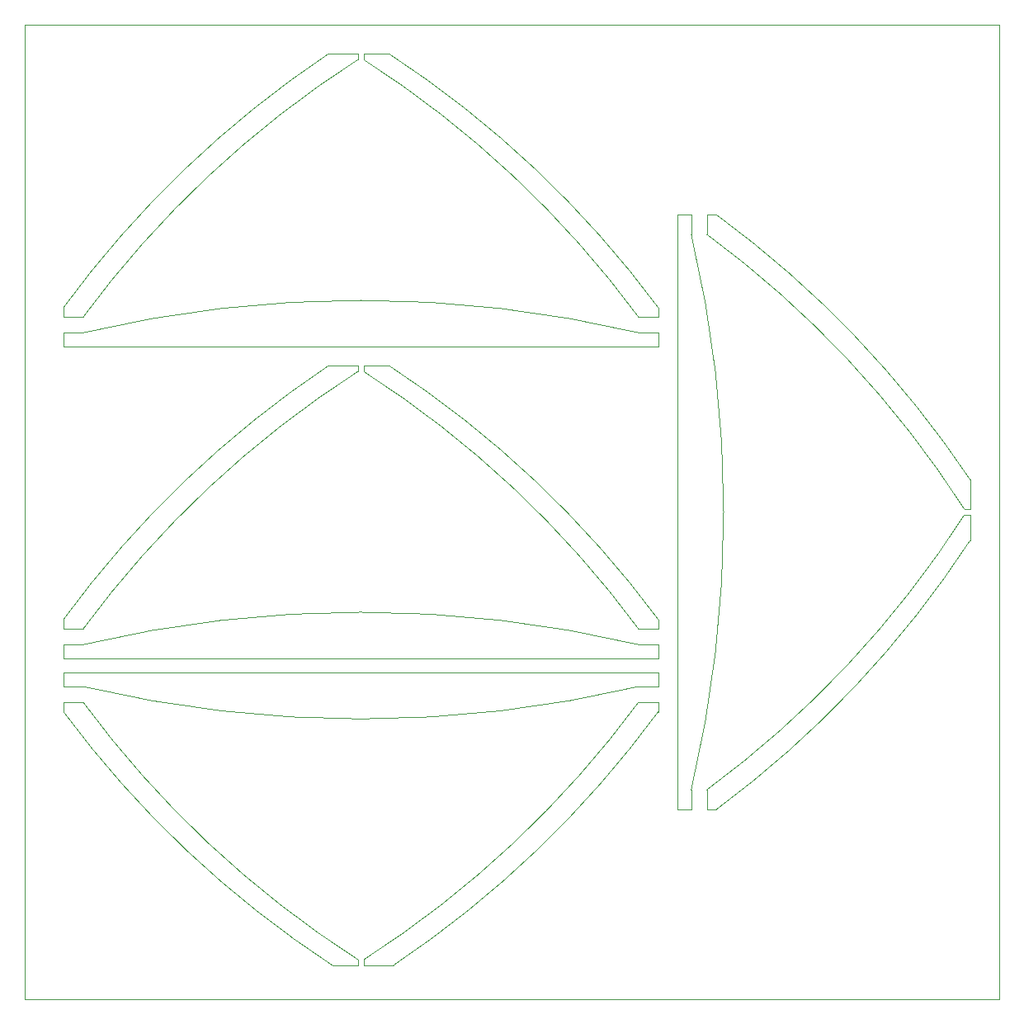
<source format=gm1>
G04 #@! TF.GenerationSoftware,KiCad,Pcbnew,5.1.2*
G04 #@! TF.CreationDate,2019-06-04T19:46:48+02:00*
G04 #@! TF.ProjectId,ohren,6f687265-6e2e-46b6-9963-61645f706362,rev?*
G04 #@! TF.SameCoordinates,Original*
G04 #@! TF.FileFunction,Profile,NP*
%FSLAX46Y46*%
G04 Gerber Fmt 4.6, Leading zero omitted, Abs format (unit mm)*
G04 Created by KiCad (PCBNEW 5.1.2) date 2019-06-04 19:46:48*
%MOMM*%
%LPD*%
G04 APERTURE LIST*
%ADD10C,0.050000*%
G04 APERTURE END LIST*
D10*
X167000000Y-180500000D02*
X168400000Y-180500000D01*
X170000000Y-119500000D02*
X171000000Y-119500000D01*
X196419548Y-149688421D02*
G75*
G03X170000000Y-121500000I-89474747J-57385003D01*
G01*
X196422099Y-150296929D02*
G75*
G02X170000000Y-178500000I-89422099J57296929D01*
G01*
X196419548Y-149688421D02*
X197000000Y-149688000D01*
X168400000Y-121500000D02*
X168400000Y-119500000D01*
X170000000Y-178500000D02*
X170000000Y-180500000D01*
X170000000Y-121500000D02*
X170000000Y-119500000D01*
X197000132Y-152929722D02*
X197000000Y-150300000D01*
X170000000Y-180500000D02*
X171000000Y-180500000D01*
X196422099Y-150296930D02*
X197000000Y-150300000D01*
X197000000Y-149688000D02*
X197003817Y-146655028D01*
X197000132Y-152929722D02*
G75*
G02X171000000Y-180500000I-90000132J58829722D01*
G01*
X197003817Y-146655028D02*
G75*
G03X171000000Y-119500000I-90003817J-60159972D01*
G01*
X168400000Y-121500000D02*
G75*
G02X168400000Y-178500000I-120400000J-28500000D01*
G01*
X167000000Y-180500000D02*
X167000000Y-119500000D01*
X168400000Y-178500000D02*
X168400000Y-180500000D01*
X167000000Y-119500000D02*
X168400000Y-119500000D01*
X104000000Y-166500000D02*
X104000000Y-167900000D01*
X165000000Y-169500000D02*
X165000000Y-170500000D01*
X134811579Y-195919548D02*
G75*
G03X163000000Y-169500000I-57385003J89474747D01*
G01*
X134203071Y-195922099D02*
G75*
G02X106000000Y-169500000I57296929J89422099D01*
G01*
X134811579Y-195919548D02*
X134812000Y-196500000D01*
X163000000Y-167900000D02*
X165000000Y-167900000D01*
X106000000Y-169500000D02*
X104000000Y-169500000D01*
X163000000Y-169500000D02*
X165000000Y-169500000D01*
X131570278Y-196500132D02*
X134200000Y-196500000D01*
X104000000Y-169500000D02*
X104000000Y-170500000D01*
X134203070Y-195922099D02*
X134200000Y-196500000D01*
X134812000Y-196500000D02*
X137844972Y-196503817D01*
X131570278Y-196500132D02*
G75*
G02X104000000Y-170500000I58829722J90000132D01*
G01*
X137844972Y-196503817D02*
G75*
G03X165000000Y-170500000I-60159972J90003817D01*
G01*
X163000000Y-167900000D02*
G75*
G02X106000000Y-167900000I-28500000J120400000D01*
G01*
X104000000Y-166500000D02*
X165000000Y-166500000D01*
X106000000Y-167900000D02*
X104000000Y-167900000D01*
X165000000Y-166500000D02*
X165000000Y-167900000D01*
X165000000Y-133000000D02*
X165000000Y-131600000D01*
X104000000Y-130000000D02*
X104000000Y-129000000D01*
X134188421Y-103580452D02*
G75*
G03X106000000Y-130000000I57385003J-89474747D01*
G01*
X134796929Y-103577901D02*
G75*
G02X163000000Y-130000000I-57296929J-89422099D01*
G01*
X134188421Y-103580452D02*
X134188000Y-103000000D01*
X106000000Y-131600000D02*
X104000000Y-131600000D01*
X163000000Y-130000000D02*
X165000000Y-130000000D01*
X106000000Y-130000000D02*
X104000000Y-130000000D01*
X137429722Y-102999868D02*
X134800000Y-103000000D01*
X165000000Y-130000000D02*
X165000000Y-129000000D01*
X134796930Y-103577901D02*
X134800000Y-103000000D01*
X134188000Y-103000000D02*
X131155028Y-102996183D01*
X137429722Y-102999868D02*
G75*
G02X165000000Y-129000000I-58829722J-90000132D01*
G01*
X131155028Y-102996183D02*
G75*
G03X104000000Y-129000000I60159972J-90003817D01*
G01*
X106000000Y-131600000D02*
G75*
G02X163000000Y-131600000I28500000J-120400000D01*
G01*
X165000000Y-133000000D02*
X104000000Y-133000000D01*
X163000000Y-131600000D02*
X165000000Y-131600000D01*
X104000000Y-133000000D02*
X104000000Y-131600000D01*
X104000000Y-162000000D02*
X104000000Y-161000000D01*
X134188000Y-135000000D02*
X131155028Y-134996183D01*
X131155028Y-134996183D02*
G75*
G03X104000000Y-161000000I60159972J-90003817D01*
G01*
X165000000Y-162000000D02*
X165000000Y-161000000D01*
X137429722Y-134999868D02*
X134800000Y-135000000D01*
X137429722Y-134999868D02*
G75*
G02X165000000Y-161000000I-58829722J-90000132D01*
G01*
X134188421Y-135580452D02*
X134188000Y-135000000D01*
X134796930Y-135577901D02*
X134800000Y-135000000D01*
X104000000Y-165000000D02*
X104000000Y-163600000D01*
X106000000Y-163600000D02*
X104000000Y-163600000D01*
X106000000Y-162000000D02*
X104000000Y-162000000D01*
X165000000Y-165000000D02*
X165000000Y-163600000D01*
X163000000Y-163600000D02*
X165000000Y-163600000D01*
X163000000Y-162000000D02*
X165000000Y-162000000D01*
X165000000Y-165000000D02*
X104000000Y-165000000D01*
X134188421Y-135580452D02*
G75*
G03X106000000Y-162000000I57385003J-89474747D01*
G01*
X134796929Y-135577901D02*
G75*
G02X163000000Y-162000000I-57296929J-89422099D01*
G01*
X106000000Y-163600000D02*
G75*
G02X163000000Y-163600000I28500000J-120400000D01*
G01*
X100000000Y-200000000D02*
X100000000Y-100000000D01*
X200000000Y-200000000D02*
X100000000Y-200000000D01*
X200000000Y-100000000D02*
X200000000Y-200000000D01*
X100000000Y-100000000D02*
X200000000Y-100000000D01*
M02*

</source>
